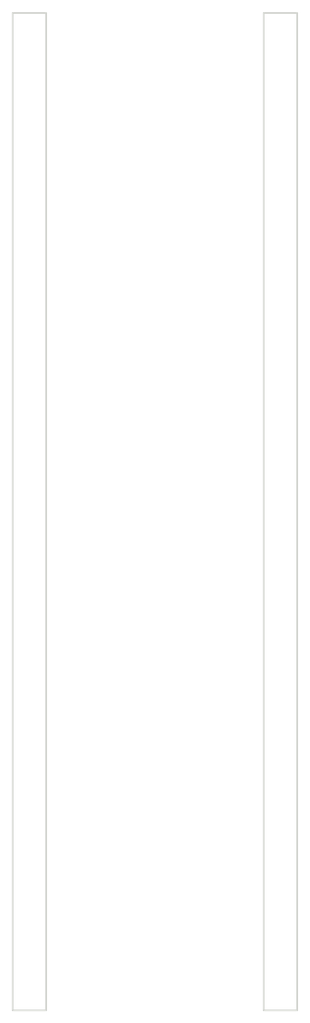
<source format=kicad_pcb>
(kicad_pcb (version 20241229) (generator "pcbnew") (generator_version "9.0")
  (title_block (title "Board 2x28 W15.24mm") (date "2025-09-29") (rev "V1"))
  (layers (0 "F.Cu" signal) (2 "B.Cu" signal) (13 "F.Paste" user) (15 "B.Paste" user) (5 "F.SilkS" user "F.Silkscreen") (7 "B.SilkS" user "B.Silkscreen") (1 "F.Mask" user) (3 "B.Mask" user) (25 "Edge.Cuts" user))
  (net 0 "")
  (footprint "SamacSys_Parts:PinHeader_1x24_P2.54mm_Vertical" (layer "B.Cu") (at 15.24 0 180)
    (property "Reference" "J3" (hide yes))
    (property "Value" "Pin_Header_01x24")
  )
  (footprint "SamacSys_Parts:PinHeader_1x24_P2.54mm_Vertical" (layer "B.Cu") (at 0 0 180)
    (property "Reference" "J2" (hide yes))
    (property "Value" "Pin_Header_01x24")
  )
  (gr_line (start -1.016 59.436) (end -1.016 -1.016) (stroke (width 0.1)) (layer "Edge.Cuts"))
  (gr_line (start -1.016 -1.016) (end 1.016 -1.016) (stroke (width 0.1)) (layer "Edge.Cuts"))
  (gr_line (start 16.256 59.436) (end 14.224 59.436) (stroke (width 0.1)) (layer "Edge.Cuts"))
  (gr_line (start 14.224 -1.016) (end 16.256 -1.016) (stroke (width 0.1)) (layer "Edge.Cuts"))
  (gr_line (start 1.016 59.436) (end -1.016 59.436) (stroke (width 0.1)) (layer "Edge.Cuts"))
  (gr_line (start 1.016 -1.016) (end 1.016 59.436) (stroke (width 0.1)) (layer "Edge.Cuts"))
  (gr_line (start 14.224 59.436) (end 14.224 -1.016) (stroke (width 0.1)) (layer "Edge.Cuts"))
  (gr_line (start 16.256 -1.016) (end 16.256 59.436) (stroke (width 0.1)) (layer "Edge.Cuts"))
)
</source>
